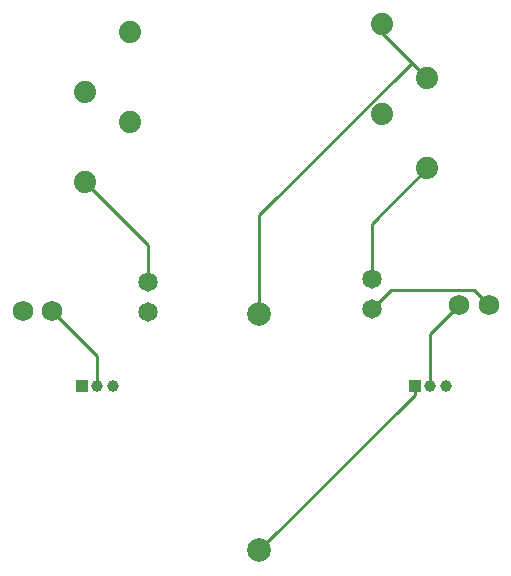
<source format=gtl>
G04 Layer: TopLayer*
G04 EasyEDA v6.5.50, 2025-05-04 21:41:00*
G04 ca8d08ed92a845228751cf11d91fab5a,29578758438443b98db2ef743fe8f290,10*
G04 Gerber Generator version 0.2*
G04 Scale: 100 percent, Rotated: No, Reflected: No *
G04 Dimensions in millimeters *
G04 leading zeros omitted , absolute positions ,4 integer and 5 decimal *
%FSLAX45Y45*%
%MOMM*%

%ADD10C,0.2540*%
%ADD11C,1.6510*%
%ADD12C,2.0000*%
%ADD13C,1.7500*%
%ADD14C,1.0000*%
%ADD15R,1.0000X1.0000*%
%ADD16C,1.8796*%
%ADD17C,0.0133*%

%LPD*%
D10*
X3971137Y7966887D02*
G01*
X3721100Y8216900D01*
X3721100Y8293100D01*
X4102100Y7835900D02*
G01*
X3971137Y7966887D01*
X3971137Y7966887D02*
G01*
X2679700Y6675450D01*
X2679700Y5838697D01*
X4127500Y5232400D02*
G01*
X4127500Y5674893D01*
X4370806Y5918200D01*
X925093Y5867400D02*
G01*
X1308100Y5484393D01*
X1308100Y5232400D01*
X4620793Y5918200D02*
G01*
X4497273Y6041720D01*
X3793870Y6041720D01*
X3632200Y5880049D01*
X4102100Y7073900D02*
G01*
X3632200Y6604000D01*
X3632200Y6134049D01*
X1206500Y6959600D02*
G01*
X1739900Y6426200D01*
X1739900Y6108649D01*
X3997502Y5232400D02*
G01*
X3997502Y5154472D01*
X3997502Y5154472D02*
G01*
X3995470Y5154472D01*
X2679700Y3838702D01*
D11*
G01*
X1739900Y6108649D03*
G01*
X1739900Y5854649D03*
G01*
X3632200Y6134049D03*
G01*
X3632200Y5880049D03*
D12*
G01*
X2679700Y5838697D03*
G01*
X2679700Y3838702D03*
D13*
G01*
X675106Y5867400D03*
G01*
X925093Y5867400D03*
G01*
X4620793Y5918200D03*
G01*
X4370806Y5918200D03*
D14*
G01*
X4257497Y5232400D03*
G01*
X4127500Y5232400D03*
D15*
G01*
X3997502Y5232400D03*
D14*
G01*
X1438097Y5232400D03*
G01*
X1308100Y5232400D03*
D15*
G01*
X1178102Y5232400D03*
D16*
G01*
X1206500Y6959600D03*
G01*
X1206500Y7721600D03*
G01*
X1587500Y7467600D03*
G01*
X1587500Y8229600D03*
G01*
X3721100Y7531100D03*
G01*
X3721100Y8293100D03*
G01*
X4102100Y7073900D03*
G01*
X4102100Y7835900D03*
M02*

</source>
